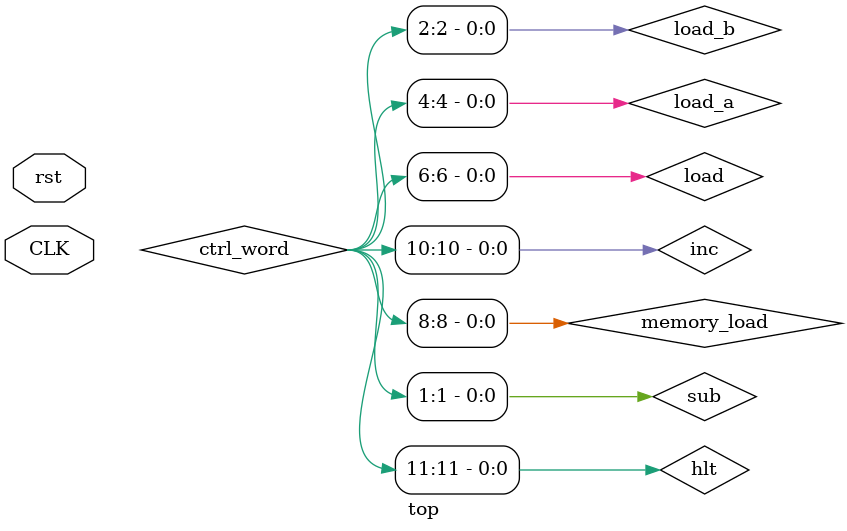
<source format=v>
module top (
    input CLK,
    input rst
);

wire hlt;
wire clk;
reg [7:0] bus;
wire [7:0] pc_out;
wire [7:0] ir_out;
wire [7:0] reg_a_out;
wire [7:0] reg_b_out;
wire [7:0] adder_out;
wire [7:0] memory_out;
wire [3:0] opcode;
wire[11:0] ctrl_word;
wire inc;
wire load;
wire load_a;
wire load_b;
wire sub;
wire memory_load;
wire [2:0] stage;  

always @(*) begin
	if (ctrl_word[5]) begin
		bus = ir_out;
	end else if (ctrl_word[0]) begin
		bus = adder_out;
	end else if (ctrl_word[3]) begin
		bus = reg_a_out;
	end else if (ctrl_word[7]) begin
		bus = memory_out;
	end else if (ctrl_word[9]) begin
		bus = pc_out;
	end else begin
		bus = 8'b0;
	end
end

clock clock_inst (
    .hlt(ctrl_word[11]),
    .clk_in(CLK),
    .clk_out(clk)
);


pc pc_inst (
    .clk(clk),
    .rst(rst),
    .inc(ctrl_word[10]),
    .out(pc_out)
);


ir ir_inst (
    .clk(clk),
    .rst(rst),
    .load(ctrl_word[6]),
    .bus(bus),
    .out(ir_out)
);


reg_a reg_a_inst (
    .clk(clk),
    .rst(rst),
    .load(ctrl_word[4]),
    .bus(bus),
    .out(reg_a_out)
);

reg_b reg_b_inst (
    .clk(clk),
    .rst(rst),
    .load(ctrl_word[2]),
    .bus(bus),
    .out(reg_b_out)
);


adder adder_inst (
    .a(reg_a_out),
    .b(reg_b_out),
    .sub(ctrl_word[1]),
    .out(adder_out)
);


memory memory_inst (
    .clk(clk),
    .rst(rst),
    .load(ctrl_word[8]),
    .bus(bus),
    .out(memory_out)
);


controller controller_inst (
    .clk(clk),
    .rst(rst),
    .opcode(ir_out[7:4]),
    .out(ctrl_word),
    .stage(stage)  

);

assign hlt = ctrl_word[11];
assign inc = ctrl_word[10];
assign load = ctrl_word[6];
assign load_a = ctrl_word[4];
assign load_b = ctrl_word[2];
assign sub = ctrl_word[1];
assign memory_load = ctrl_word[8];

endmodule
</source>
